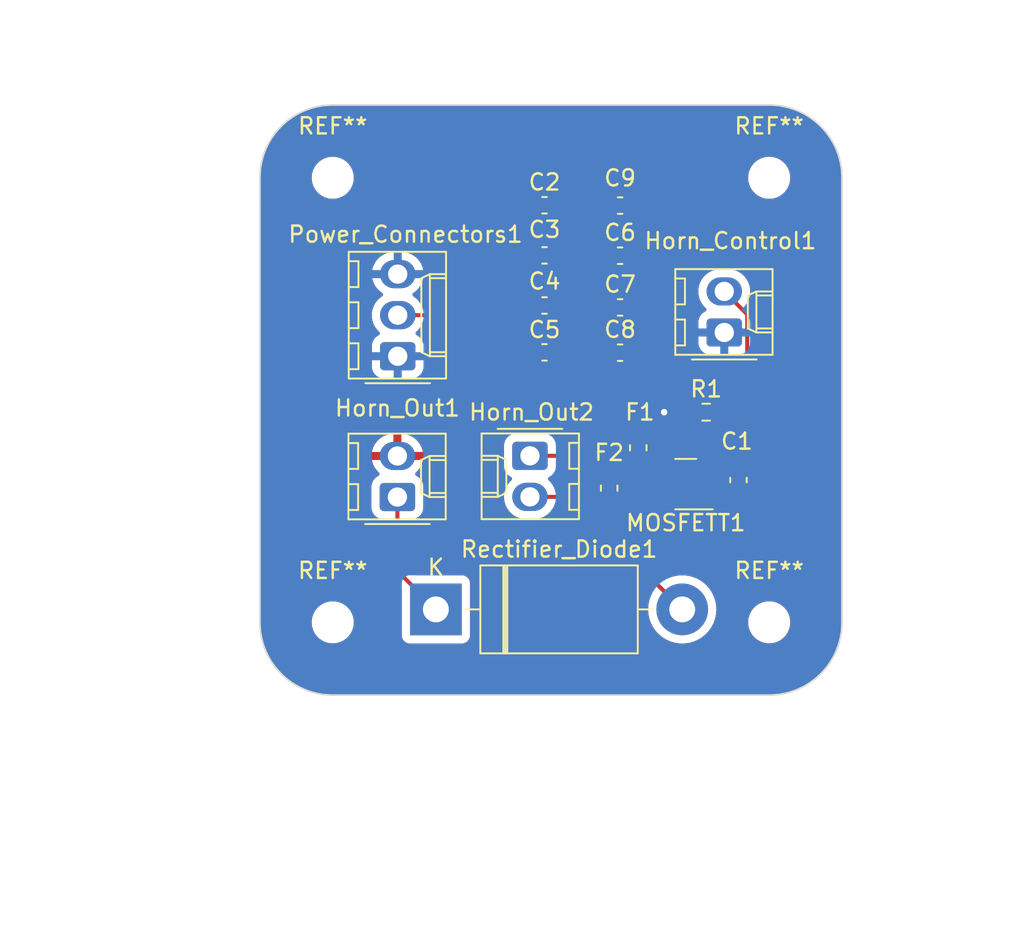
<source format=kicad_pcb>
(kicad_pcb (version 20240108) (generator "pcbnew") (generator_version "8.0")
  (title_block (title "Template") (date "2022-08-16") (rev "0.0") (company "Illini Solar Car") (comment 1 "Designed By: Your Name"))
  (layers (0 "F.Cu" signal) (31 "B.Cu" signal) (34 "B.Paste" user) (35 "F.Paste" user) (36 "B.SilkS" user "B.Silkscreen") (37 "F.SilkS" user "F.Silkscreen") (38 "B.Mask" user) (39 "F.Mask" user) (44 "Edge.Cuts" user))
  (net 0 "")
  (net 1 "/Horn Control")
  (net 2 "Net-(Power_Connectors1-Pin_2)")
  (net 3 "GND")
  (net 4 "Net-(C1-Pad2)")
  (net 5 "Net-(MOSFETT1-G)")
  (net 6 "+24V")
  (net 7 "Net-(MOSFETT1-S)")
  (net 8 "Net-(MOSFETT1-D)")
  (net 9 "/Horn Out")
  (net 10 "Net-(Horn_Out1-Pin_1)")
  (net 11 "Net-(Horn_Out2-Pin_2)")
  (footprint "MountingHole:MountingHole_2.1mm" (layer "F.Cu") (at 63 38.5)
    (property "Reference" "REF**" (at 0 -3.2 0) (layer "F.SilkS"))
    (property "Value" "MountingHole_2.1mm")
    (pad "" np_thru_hole circle (at 0 0) (size 2.1 2.1) (drill 2.1) (layers "*.Cu" "*.Mask"))
  )
  (footprint "Capacitor_SMD:C_0603_1608Metric" (layer "F.Cu") (at 49.1 46.4 180)
    (property "Reference" "C4" (at 0 1.5 0) (layer "F.SilkS"))
    (property "Value" ".1uF")
    (fp_line (start -0.14058 0.51) (end 0.14058 0.51) (stroke (width 0.12)) (layer "F.SilkS"))
    (fp_line (start -0.14058 -0.51) (end 0.14058 -0.51) (stroke (width 0.12)) (layer "F.SilkS"))
    (pad "1" smd roundrect (at -0.775 0 180) (size 0.9 0.95) (layers "F.Cu" "F.Paste" "F.Mask") (net 6 "+24V"))
    (pad "2" smd roundrect (at 0.775 0 180) (size 0.9 0.95) (layers "F.Cu" "F.Paste" "F.Mask") (net 2 "Net-(Power_Connectors1-Pin_2)"))
  )
  (footprint "MountingHole:MountingHole_2.1mm" (layer "F.Cu") (at 36 66)
    (property "Reference" "REF**" (at 0 -3.2 0) (layer "F.SilkS"))
    (property "Value" "MountingHole_2.1mm")
    (pad "" np_thru_hole circle (at 0 0) (size 2.1 2.1) (drill 2.1) (layers "*.Cu" "*.Mask"))
  )
  (footprint "MountingHole:MountingHole_2.1mm" (layer "F.Cu") (at 63 66)
    (property "Reference" "REF**" (at 0 -3.2 0) (layer "F.SilkS"))
    (property "Value" "MountingHole_2.1mm")
    (pad "" np_thru_hole circle (at 0 0) (size 2.1 2.1) (drill 2.1) (layers "*.Cu" "*.Mask"))
  )
  (footprint "Capacitor_SMD:C_0603_1608Metric" (layer "F.Cu") (at 61.1 57.2 90)
    (property "Reference" "C1" (at 2.4 -0.1 180) (layer "F.SilkS"))
    (property "Value" ".1uF")
    (fp_line (start -0.14058 -0.51) (end 0.14058 -0.51) (stroke (width 0.12)) (layer "F.SilkS"))
    (fp_line (start -0.14058 0.51) (end 0.14058 0.51) (stroke (width 0.12)) (layer "F.SilkS"))
    (pad "1" smd roundrect (at -0.775 0 90) (size 0.9 0.95) (layers "F.Cu" "F.Paste" "F.Mask") (net 5 "Net-(MOSFETT1-G)"))
    (pad "2" smd roundrect (at 0.775 0 90) (size 0.9 0.95) (layers "F.Cu" "F.Paste" "F.Mask") (net 4 "Net-(C1-Pad2)"))
  )
  (footprint "Fuse:Fuse_0603_1608Metric" (layer "F.Cu") (at 54.9 55.2 90)
    (property "Reference" "F1" (at 2.2 0.1 180) (layer "F.SilkS"))
    (property "Value" "2A")
    (fp_line (start -0.162779 -0.51) (end 0.162779 -0.51) (stroke (width 0.12)) (layer "F.SilkS"))
    (fp_line (start -0.162779 0.51) (end 0.162779 0.51) (stroke (width 0.12)) (layer "F.SilkS"))
    (pad "1" smd roundrect (at -0.7875 0 90) (size 0.875 0.95) (layers "F.Cu" "F.Paste" "F.Mask") (net 7 "Net-(MOSFETT1-S)"))
    (pad "2" smd roundrect (at 0.7875 0 90) (size 0.875 0.95) (layers "F.Cu" "F.Paste" "F.Mask") (net 3 "GND"))
  )
  (footprint "Fuse:Fuse_0603_1608Metric" (layer "F.Cu") (at 53.1 57.7 -90)
    (property "Reference" "F2" (at -2.2 0 180) (layer "F.SilkS"))
    (property "Value" "2A")
    (fp_line (start -0.162779 0.51) (end 0.162779 0.51) (stroke (width 0.12)) (layer "F.SilkS"))
    (fp_line (start -0.162779 -0.51) (end 0.162779 -0.51) (stroke (width 0.12)) (layer "F.SilkS"))
    (pad "1" smd roundrect (at -0.7875 0 270) (size 0.875 0.95) (layers "F.Cu" "F.Paste" "F.Mask") (net 9 "/Horn Out"))
    (pad "2" smd roundrect (at 0.7875 0 270) (size 0.875 0.95) (layers "F.Cu" "F.Paste" "F.Mask") (net 8 "Net-(MOSFETT1-D)"))
  )
  (footprint "Capacitor_SMD:C_0603_1608Metric" (layer "F.Cu") (at 53.775 49.32)
    (property "Reference" "C8" (at 0 -1.43 0) (layer "F.SilkS"))
    (property "Value" ".10 uF")
    (fp_line (start -0.14058 -0.51) (end 0.14058 -0.51) (stroke (width 0.12)) (layer "F.SilkS"))
    (fp_line (start -0.14058 0.51) (end 0.14058 0.51) (stroke (width 0.12)) (layer "F.SilkS"))
    (pad "1" smd roundrect (at -0.775 0) (size 0.9 0.95) (layers "F.Cu" "F.Paste" "F.Mask") (net 6 "+24V"))
    (pad "2" smd roundrect (at 0.775 0) (size 0.9 0.95) (layers "F.Cu" "F.Paste" "F.Mask") (net 2 "Net-(Power_Connectors1-Pin_2)"))
  )
  (footprint "Resistor_SMD:R_0603_1608Metric" (layer "F.Cu") (at 59.1 53)
    (property "Reference" "R1" (at 0 -1.43 0) (layer "F.SilkS"))
    (property "Value" "1 kOhm")
    (fp_line (start -0.237258 -0.5225) (end 0.237258 -0.5225) (stroke (width 0.12)) (layer "F.SilkS"))
    (fp_line (start -0.237258 0.5225) (end 0.237258 0.5225) (stroke (width 0.12)) (layer "F.SilkS"))
    (pad "1" smd roundrect (at -0.825 0) (size 0.8 0.95) (layers "F.Cu" "F.Paste" "F.Mask") (net 4 "Net-(C1-Pad2)"))
    (pad "2" smd roundrect (at 0.825 0) (size 0.8 0.95) (layers "F.Cu" "F.Paste" "F.Mask") (net 1 "/Horn Control"))
  )
  (footprint "MountingHole:MountingHole_2.1mm" (layer "F.Cu") (at 36 38.5)
    (property "Reference" "REF**" (at 0 -3.2 0) (layer "F.SilkS"))
    (property "Value" "MountingHole_2.1mm")
    (pad "" np_thru_hole circle (at 0 0) (size 2.1 2.1) (drill 2.1) (layers "*.Cu" "*.Mask"))
  )
  (footprint "Capacitor_SMD:C_0603_1608Metric" (layer "F.Cu") (at 49.1 49.3 180)
    (property "Reference" "C5" (at 0 1.4 0) (layer "F.SilkS"))
    (property "Value" "1 uF")
    (fp_line (start -0.14058 0.51) (end 0.14058 0.51) (stroke (width 0.12)) (layer "F.SilkS"))
    (fp_line (start -0.14058 -0.51) (end 0.14058 -0.51) (stroke (width 0.12)) (layer "F.SilkS"))
    (pad "1" smd roundrect (at -0.775 0 180) (size 0.9 0.95) (layers "F.Cu" "F.Paste" "F.Mask") (net 6 "+24V"))
    (pad "2" smd roundrect (at 0.775 0 180) (size 0.9 0.95) (layers "F.Cu" "F.Paste" "F.Mask") (net 2 "Net-(Power_Connectors1-Pin_2)"))
  )
  (footprint "Capacitor_SMD:C_0603_1608Metric" (layer "F.Cu") (at 53.775 40.22 180)
    (property "Reference" "C9" (at 0 1.7 0) (layer "F.SilkS"))
    (property "Value" "100 uF Polarized")
    (fp_line (start -0.14058 0.51) (end 0.14058 0.51) (stroke (width 0.12)) (layer "F.SilkS"))
    (fp_line (start -0.14058 -0.51) (end 0.14058 -0.51) (stroke (width 0.12)) (layer "F.SilkS"))
    (pad "1" smd roundrect (at -0.775 0 180) (size 0.9 0.95) (layers "F.Cu" "F.Paste" "F.Mask") (net 2 "Net-(Power_Connectors1-Pin_2)"))
    (pad "2" smd roundrect (at 0.775 0 180) (size 0.9 0.95) (layers "F.Cu" "F.Paste" "F.Mask") (net 6 "+24V"))
  )
  (footprint "Connector_Molex:Molex_KK-254_AE-6410-03A_1x03_P2.54mm_Vertical" (layer "F.Cu") (at 40.02 49.54 90)
    (property "Reference" "Power_Connectors1" (at 7.54 0.48 180) (layer "F.SilkS"))
    (property "Value" "Conn_01x03")
    (fp_line (start 6.46 -3.03) (end -1.38 -3.03) (stroke (width 0.12)) (layer "F.SilkS"))
    (fp_line (start 4.28 -3.03) (end 4.28 -2.43) (stroke (width 0.12)) (layer "F.SilkS"))
    (fp_line (start 1.74 -3.03) (end 1.74 -2.43) (stroke (width 0.12)) (layer "F.SilkS"))
    (fp_line (start -0.8 -3.03) (end -0.8 -2.43) (stroke (width 0.12)) (layer "F.SilkS"))
    (fp_line (start -1.38 -3.03) (end -1.38 2.99) (stroke (width 0.12)) (layer "F.SilkS"))
    (fp_line (start 5.88 -2.43) (end 5.88 -3.03) (stroke (width 0.12)) (layer "F.SilkS"))
    (fp_line (start 4.28 -2.43) (end 5.88 -2.43) (stroke (width 0.12)) (layer "F.SilkS"))
    (fp_line (start 3.34 -2.43) (end 3.34 -3.03) (stroke (width 0.12)) (layer "F.SilkS"))
    (fp_line (start 1.74 -2.43) (end 3.34 -2.43) (stroke (width 0.12)) (layer "F.SilkS"))
    (fp_line (start 0.8 -2.43) (end 0.8 -3.03) (stroke (width 0.12)) (layer "F.SilkS"))
    (fp_line (start -0.8 -2.43) (end 0.8 -2.43) (stroke (width 0.12)) (layer "F.SilkS"))
    (fp_line (start -1.67 -2) (end -1.67 2) (stroke (width 0.12)) (layer "F.SilkS"))
    (fp_line (start 4.83 1.46) (end 5.08 1.99) (stroke (width 0.12)) (layer "F.SilkS"))
    (fp_line (start 0.25 1.46) (end 4.83 1.46) (stroke (width 0.12)) (layer "F.SilkS"))
    (fp_line (start 5.08 1.99) (end 5.08 2.99) (stroke (width 0.12)) (layer "F.SilkS"))
    (fp_line (start 0 1.99) (end 0.25 1.46) (stroke (width 0.12)) (layer "F.SilkS"))
    (fp_line (start 0 1.99) (end 5.08 1.99) (stroke (width 0.12)) (layer "F.SilkS"))
    (fp_line (start 6.46 2.99) (end 6.46 -3.03) (stroke (width 0.12)) (layer "F.SilkS"))
    (fp_line (start 4.83 2.99) (end 4.83 1.99) (stroke (width 0.12)) (layer "F.SilkS"))
    (fp_line (start 0.25 2.99) (end 0.25 1.99) (stroke (width 0.12)) (layer "F.SilkS"))
    (fp_line (start 0 2.99) (end 0 1.99) (stroke (width 0.12)) (layer "F.SilkS"))
    (fp_line (start -1.38 2.99) (end 6.46 2.99) (stroke (width 0.12)) (layer "F.SilkS"))
    (pad "1" thru_hole roundrect (at 0 0 90) (size 1.74 2.19) (drill 1.19) (layers "*.Cu" "*.Mask") (roundrect_rratio 0.143678) (net 3 "GND"))
    (pad "2" thru_hole oval (at 2.54 0 90) (size 1.74 2.19) (drill 1.19) (layers "*.Cu" "*.Mask") (net 2 "Net-(Power_Connectors1-Pin_2)"))
    (pad "3" thru_hole oval (at 5.08 0 90) (size 1.74 2.19) (drill 1.19) (layers "*.Cu" "*.Mask") (net 3 "GND"))
  )
  (footprint "Package_TO_SOT_SMD:SOT-23" (layer "F.Cu") (at 57.8375 57.45 180)
    (property "Reference" "MOSFETT1" (at 0 -2.4 0) (layer "F.SilkS"))
    (property "Value" "BSS138")
    (fp_line (start 0 1.56) (end 0.65 1.56) (stroke (width 0.12)) (layer "F.SilkS"))
    (fp_line (start 0 1.56) (end -0.65 1.56) (stroke (width 0.12)) (layer "F.SilkS"))
    (fp_line (start 0 -1.56) (end 0.65 -1.56) (stroke (width 0.12)) (layer "F.SilkS"))
    (fp_line (start 0 -1.56) (end -1.675 -1.56) (stroke (width 0.12)) (layer "F.SilkS"))
    (pad "1" smd roundrect (at -0.9375 -0.95 180) (size 1.475 0.6) (layers "F.Cu" "F.Paste" "F.Mask") (net 5 "Net-(MOSFETT1-G)"))
    (pad "2" smd roundrect (at -0.9375 0.95 180) (size 1.475 0.6) (layers "F.Cu" "F.Paste" "F.Mask") (net 7 "Net-(MOSFETT1-S)"))
    (pad "3" smd roundrect (at 0.9375 0 180) (size 1.475 0.6) (layers "F.Cu" "F.Paste" "F.Mask") (net 8 "Net-(MOSFETT1-D)"))
  )
  (footprint "Capacitor_SMD:C_0603_1608Metric" (layer "F.Cu") (at 53.775 46.52)
    (property "Reference" "C7" (at 0 -1.43 0) (layer "F.SilkS"))
    (property "Value" "10 uF")
    (fp_line (start -0.14058 -0.51) (end 0.14058 -0.51) (stroke (width 0.12)) (layer "F.SilkS"))
    (fp_line (start -0.14058 0.51) (end 0.14058 0.51) (stroke (width 0.12)) (layer "F.SilkS"))
    (pad "1" smd roundrect (at -0.775 0) (size 0.9 0.95) (layers "F.Cu" "F.Paste" "F.Mask") (net 6 "+24V"))
    (pad "2" smd roundrect (at 0.775 0) (size 0.9 0.95) (layers "F.Cu" "F.Paste" "F.Mask") (net 2 "Net-(Power_Connectors1-Pin_2)"))
  )
  (footprint "Connector_Molex:Molex_KK-254_AE-6410-02A_1x02_P2.54mm_Vertical" (layer "F.Cu") (at 40 58.25 90)
    (property "Reference" "Horn_Out1" (at 5.5 0 180) (layer "F.SilkS"))
    (property "Value" "Conn_01x02")
    (fp_line (start 3.92 -3.03) (end -1.38 -3.03) (stroke (width 0.12)) (layer "F.SilkS"))
    (fp_line (start 1.74 -3.03) (end 1.74 -2.43) (stroke (width 0.12)) (layer "F.SilkS"))
    (fp_line (start -0.8 -3.03) (end -0.8 -2.43) (stroke (width 0.12)) (layer "F.SilkS"))
    (fp_line (start -1.38 -3.03) (end -1.38 2.99) (stroke (width 0.12)) (layer "F.SilkS"))
    (fp_line (start 3.34 -2.43) (end 3.34 -3.03) (stroke (width 0.12)) (layer "F.SilkS"))
    (fp_line (start 1.74 -2.43) (end 3.34 -2.43) (stroke (width 0.12)) (layer "F.SilkS"))
    (fp_line (start 0.8 -2.43) (end 0.8 -3.03) (stroke (width 0.12)) (layer "F.SilkS"))
    (fp_line (start -0.8 -2.43) (end 0.8 -2.43) (stroke (width 0.12)) (layer "F.SilkS"))
    (fp_line (start -1.67 -2) (end -1.67 2) (stroke (width 0.12)) (layer "F.SilkS"))
    (fp_line (start 2.29 1.46) (end 2.54 1.99) (stroke (width 0.12)) (layer "F.SilkS"))
    (fp_line (start 0.25 1.46) (end 2.29 1.46) (stroke (width 0.12)) (layer "F.SilkS"))
    (fp_line (start 2.54 1.99) (end 2.54 2.99) (stroke (width 0.12)) (layer "F.SilkS"))
    (fp_line (start 0 1.99) (end 0.25 1.46) (stroke (width 0.12)) (layer "F.SilkS"))
    (fp_line (start 0 1.99) (end 2.54 1.99) (stroke (width 0.12)) (layer "F.SilkS"))
    (fp_line (start 3.92 2.99) (end 3.92 -3.03) (stroke (width 0.12)) (layer "F.SilkS"))
    (fp_line (start 2.29 2.99) (end 2.29 1.99) (stroke (width 0.12)) (layer "F.SilkS"))
    (fp_line (start 0.25 2.99) (end 0.25 1.99) (stroke (width 0.12)) (layer "F.SilkS"))
    (fp_line (start 0 2.99) (end 0 1.99) (stroke (width 0.12)) (layer "F.SilkS"))
    (fp_line (start -1.38 2.99) (end 3.92 2.99) (stroke (width 0.12)) (layer "F.SilkS"))
    (pad "1" thru_hole roundrect (at 0 0 90) (size 1.74 2.19) (drill 1.19) (layers "*.Cu" "*.Mask") (roundrect_rratio 0.143678) (net 10 "Net-(Horn_Out1-Pin_1)"))
    (pad "2" thru_hole oval (at 2.54 0 90) (size 1.74 2.19) (drill 1.19) (layers "*.Cu" "*.Mask") (net 6 "+24V"))
  )
  (footprint "Connector_Molex:Molex_KK-254_AE-6410-02A_1x02_P2.54mm_Vertical" (layer "F.Cu") (at 48.2 55.7 -90)
    (property "Reference" "Horn_Out2" (at -2.7 -0.1 180) (layer "F.SilkS"))
    (property "Value" "Conn_01x02")
    (fp_line (start -1.38 2.99) (end 3.92 2.99) (stroke (width 0.12)) (layer "F.SilkS"))
    (fp_line (start 0 2.99) (end 0 1.99) (stroke (width 0.12)) (layer "F.SilkS"))
    (fp_line (start 0.25 2.99) (end 0.25 1.99) (stroke (width 0.12)) (layer "F.SilkS"))
    (fp_line (start 2.29 2.99) (end 2.29 1.99) (stroke (width 0.12)) (layer "F.SilkS"))
    (fp_line (start 3.92 2.99) (end 3.92 -3.03) (stroke (width 0.12)) (layer "F.SilkS"))
    (fp_line (start 0 1.99) (end 2.54 1.99) (stroke (width 0.12)) (layer "F.SilkS"))
    (fp_line (start 0 1.99) (end 0.25 1.46) (stroke (width 0.12)) (layer "F.SilkS"))
    (fp_line (start 2.54 1.99) (end 2.54 2.99) (stroke (width 0.12)) (layer "F.SilkS"))
    (fp_line (start 0.25 1.46) (end 2.29 1.46) (stroke (width 0.12)) (layer "F.SilkS"))
    (fp_line (start 2.29 1.46) (end 2.54 1.99) (stroke (width 0.12)) (layer "F.SilkS"))
    (fp_line (start -1.67 -2) (end -1.67 2) (stroke (width 0.12)) (layer "F.SilkS"))
    (fp_line (start -0.8 -2.43) (end 0.8 -2.43) (stroke (width 0.12)) (layer "F.SilkS"))
    (fp_line (start 0.8 -2.43) (end 0.8 -3.03) (stroke (width 0.12)) (layer "F.SilkS"))
    (fp_line (start 1.74 -2.43) (end 3.34 -2.43) (stroke (width 0.12)) (layer "F.SilkS"))
    (fp_line (start 3.34 -2.43) (end 3.34 -3.03) (stroke (width 0.12)) (layer "F.SilkS"))
    (fp_line (start -1.38 -3.03) (end -1.38 2.99) (stroke (width 0.12)) (layer "F.SilkS"))
    (fp_line (start -0.8 -3.03) (end -0.8 -2.43) (stroke (width 0.12)) (layer "F.SilkS"))
    (fp_line (start 1.74 -3.03) (end 1.74 -2.43) (stroke (width 0.12)) (layer "F.SilkS"))
    (fp_line (start 3.92 -3.03) (end -1.38 -3.03) (stroke (width 0.12)) (layer "F.SilkS"))
    (pad "1" thru_hole roundrect (at 0 0 270) (size 1.74 2.19) (drill 1.19) (layers "*.Cu" "*.Mask") (roundrect_rratio 0.143678) (net 9 "/Horn Out"))
    (pad "2" thru_hole oval (at 2.54 0 270) (size 1.74 2.19) (drill 1.19) (layers "*.Cu" "*.Mask") (net 11 "Net-(Horn_Out2-Pin_2)"))
  )
  (footprint "Capacitor_SMD:C_0603_1608Metric" (layer "F.Cu") (at 49.1 43.3 180)
    (property "Reference" "C3" (at 0 1.6 0) (layer "F.SilkS"))
    (property "Value" ".1uF")
    (fp_line (start -0.14058 0.51) (end 0.14058 0.51) (stroke (width 0.12)) (layer "F.SilkS"))
    (fp_line (start -0.14058 -0.51) (end 0.14058 -0.51) (stroke (width 0.12)) (layer "F.SilkS"))
    (pad "1" smd roundrect (at -0.775 0 180) (size 0.9 0.95) (layers "F.Cu" "F.Paste" "F.Mask") (net 6 "+24V"))
    (pad "2" smd roundrect (at 0.775 0 180) (size 0.9 0.95) (layers "F.Cu" "F.Paste" "F.Mask") (net 2 "Net-(Power_Connectors1-Pin_2)"))
  )
  (footprint "Capacitor_SMD:C_0603_1608Metric" (layer "F.Cu") (at 53.775 43.32)
    (property "Reference" "C6" (at 0 -1.43 0) (layer "F.SilkS"))
    (property "Value" "1 uF")
    (fp_line (start -0.14058 -0.51) (end 0.14058 -0.51) (stroke (width 0.12)) (layer "F.SilkS"))
    (fp_line (start -0.14058 0.51) (end 0.14058 0.51) (stroke (width 0.12)) (layer "F.SilkS"))
    (pad "1" smd roundrect (at -0.775 0) (size 0.9 0.95) (layers "F.Cu" "F.Paste" "F.Mask") (net 6 "+24V"))
    (pad "2" smd roundrect (at 0.775 0) (size 0.9 0.95) (layers "F.Cu" "F.Paste" "F.Mask") (net 2 "Net-(Power_Connectors1-Pin_2)"))
  )
  (footprint "Capacitor_SMD:C_0603_1608Metric" (layer "F.Cu") (at 49.1 40.2)
    (property "Reference" "C2" (at 0 -1.43 0) (layer "F.SilkS"))
    (property "Value" ".1uF")
    (fp_line (start -0.14058 -0.51) (end 0.14058 -0.51) (stroke (width 0.12)) (layer "F.SilkS"))
    (fp_line (start -0.14058 0.51) (end 0.14058 0.51) (stroke (width 0.12)) (layer "F.SilkS"))
    (pad "1" smd roundrect (at -0.775 0) (size 0.9 0.95) (layers "F.Cu" "F.Paste" "F.Mask") (net 2 "Net-(Power_Connectors1-Pin_2)"))
    (pad "2" smd roundrect (at 0.775 0) (size 0.9 0.95) (layers "F.Cu" "F.Paste" "F.Mask") (net 6 "+24V"))
  )
  (footprint "Connector_Molex:Molex_KK-254_AE-6410-02A_1x02_P2.54mm_Vertical" (layer "F.Cu") (at 60.22 48.07 90)
    (property "Reference" "Horn_Control1" (at 5.67 0.38 0) (layer "F.SilkS"))
    (property "Value" "Conn_01x02")
    (fp_line (start 3.92 -3.03) (end -1.38 -3.03) (stroke (width 0.12)) (layer "F.SilkS"))
    (fp_line (start 1.74 -3.03) (end 1.74 -2.43) (stroke (width 0.12)) (layer "F.SilkS"))
    (fp_line (start -0.8 -3.03) (end -0.8 -2.43) (stroke (width 0.12)) (layer "F.SilkS"))
    (fp_line (start -1.38 -3.03) (end -1.38 2.99) (stroke (width 0.12)) (layer "F.SilkS"))
    (fp_line (start 3.34 -2.43) (end 3.34 -3.03) (stroke (width 0.12)) (layer "F.SilkS"))
    (fp_line (start 1.74 -2.43) (end 3.34 -2.43) (stroke (width 0.12)) (layer "F.SilkS"))
    (fp_line (start 0.8 -2.43) (end 0.8 -3.03) (stroke (width 0.12)) (layer "F.SilkS"))
    (fp_line (start -0.8 -2.43) (end 0.8 -2.43) (stroke (width 0.12)) (layer "F.SilkS"))
    (fp_line (start -1.67 -2) (end -1.67 2) (stroke (width 0.12)) (layer "F.SilkS"))
    (fp_line (start 2.29 1.46) (end 2.54 1.99) (stroke (width 0.12)) (layer "F.SilkS"))
    (fp_line (start 0.25 1.46) (end 2.29 1.46) (stroke (width 0.12)) (layer "F.SilkS"))
    (fp_line (start 2.54 1.99) (end 2.54 2.99) (stroke (width 0.12)) (layer "F.SilkS"))
    (fp_line (start 0 1.99) (end 0.25 1.46) (stroke (width 0.12)) (layer "F.SilkS"))
    (fp_line (start 0 1.99) (end 2.54 1.99) (stroke (width 0.12)) (layer "F.SilkS"))
    (fp_line (start 3.92 2.99) (end 3.92 -3.03) (stroke (width 0.12)) (layer "F.SilkS"))
    (fp_line (start 2.29 2.99) (end 2.29 1.99) (stroke (width 0.12)) (layer "F.SilkS"))
    (fp_line (start 0.25 2.99) (end 0.25 1.99) (stroke (width 0.12)) (layer "F.SilkS"))
    (fp_line (start 0 2.99) (end 0 1.99) (stroke (width 0.12)) (layer "F.SilkS"))
    (fp_line (start -1.38 2.99) (end 3.92 2.99) (stroke (width 0.12)) (layer "F.SilkS"))
    (pad "1" thru_hole roundrect (at 0 0 90) (size 1.74 2.19) (drill 1.19) (layers "*.Cu" "*.Mask") (roundrect_rratio 0.143678) (net 3 "GND"))
    (pad "2" thru_hole oval (at 2.54 0 90) (size 1.74 2.19) (drill 1.19) (layers "*.Cu" "*.Mask") (net 1 "/Horn Control"))
  )
  (footprint "Diode_THT:D_DO-201AD_P15.24mm_Horizontal" (layer "F.Cu") (at 42.38 65.2)
    (property "Reference" "Rectifier_Diode1" (at 7.62 -3.72 0) (layer "F.SilkS"))
    (property "Value" "1N5402")
    (fp_line (start 1.84 0) (end 2.75 0) (stroke (width 0.12)) (layer "F.SilkS"))
    (fp_line (start 2.75 -2.72) (end 2.75 2.72) (stroke (width 0.12)) (layer "F.SilkS"))
    (fp_line (start 2.75 2.72) (end 12.49 2.72) (stroke (width 0.12)) (layer "F.SilkS"))
    (fp_line (start 4.175 -2.72) (end 4.175 2.72) (stroke (width 0.12)) (layer "F.SilkS"))
    (fp_line (start 4.295 -2.72) (end 4.295 2.72) (stroke (width 0.12)) (layer "F.SilkS"))
    (fp_line (start 4.415 -2.72) (end 4.415 2.72) (stroke (width 0.12)) (layer "F.SilkS"))
    (fp_line (start 12.49 -2.72) (end 2.75 -2.72) (stroke (width 0.12)) (layer "F.SilkS"))
    (fp_line (start 12.49 2.72) (end 12.49 -2.72) (stroke (width 0.12)) (layer "F.SilkS"))
    (fp_line (start 13.4 0) (end 12.49 0) (stroke (width 0.12)) (layer "F.SilkS"))
    (fp_text user "K" (at 0 -2.6 0) (layer "F.SilkS"))
    (pad "1" thru_hole rect (at 0 0) (size 3.2 3.2) (drill 1.6) (layers "*.Cu" "*.Mask") (net 10 "Net-(Horn_Out1-Pin_1)"))
    (pad "2" thru_hole oval (at 15.24 0) (size 3.2 3.2) (drill 1.6) (layers "*.Cu" "*.Mask") (net 11 "Net-(Horn_Out2-Pin_2)"))
  )
  (gr_arc (start 36 70.5) (mid 32.818019 69.181981) (end 31.5 66) (stroke (width 0.1)) (layer "Edge.Cuts"))
  (gr_line (start 67.5 38.5) (end 67.5 66) (stroke (width 0.1)) (layer "Edge.Cuts"))
  (gr_arc (start 31.5 38.5) (mid 32.818019 35.318019) (end 36 34) (stroke (width 0.1)) (layer "Edge.Cuts"))
  (gr_arc (start 63 34) (mid 66.181981 35.318019) (end 67.5 38.5) (stroke (width 0.1)) (layer "Edge.Cuts"))
  (gr_line (start 63 70.5) (end 36 70.5) (stroke (width 0.1)) (layer "Edge.Cuts"))
  (gr_line (start 36 34) (end 63 34) (stroke (width 0.1)) (layer "Edge.Cuts"))
  (gr_line (start 31.5 66) (end 31.5 40) (stroke (width 0.1)) (layer "Edge.Cuts"))
  (gr_line (start 31.5 40) (end 31.5 38.5) (stroke (width 0.1)) (layer "Edge.Cuts"))
  (gr_arc (start 67.5 66) (mid 66.181981 69.181981) (end 63 70.5) (stroke (width 0.1)) (layer "Edge.Cuts"))
  (segment (start 61.64 51.285) (end 61.64 46.95) (width 0.25) (layer "F.Cu") (net 1))
  (segment (start 59.925 53) (end 61.64 51.285) (width 0.25) (layer "F.Cu") (net 1))
  (segment (start 61.64 46.95) (end 60.22 45.53) (width 0.25) (layer "F.Cu") (net 1))
  (segment (start 54.55 39.55) (end 54.55 40.22) (width 0.25) (layer "F.Cu") (net 2))
  (segment (start 54 39) (end 54.55 39.55) (width 0.25) (layer "F.Cu") (net 2))
  (segment (start 48.5 39) (end 54 39) (width 0.25) (layer "F.Cu") (net 2))
  (segment (start 54.55 40.22) (end 54.55 49.32) (width 0.25) (layer "F.Cu") (net 2))
  (segment (start 48.325 46.4) (end 48.325 49.3) (width 0.25) (layer "F.Cu") (net 2))
  (segment (start 48.325 40.2) (end 48.325 39.175) (width 0.25) (layer "F.Cu") (net 2))
  (segment (start 48.325 39.175) (end 48.5 39) (width 0.25) (layer "F.Cu") (net 2))
  (segment (start 48.325 43.3) (end 48.325 40.2) (width 0.25) (layer "F.Cu") (net 2))
  (segment (start 48.325 46.4) (end 48.325 43.3) (width 0.25) (layer "F.Cu") (net 2))
  (segment (start 40.02 47) (end 47.725 47) (width 0.25) (layer "F.Cu") (net 2))
  (segment (start 47.725 47) (end 48.325 46.4) (width 0.25) (layer "F.Cu") (net 2))
  (segment (start 55.0875 54.4125) (end 56.5 53) (width 0.25) (layer "F.Cu") (net 3))
  (segment (start 54.9 54.4125) (end 55.0875 54.4125) (width 0.25) (layer "F.Cu") (net 3))
  (via (at 56.5 53) (size 0.8) (drill 0.4) (layers "F.Cu" "B.Cu") (net 3))
  (segment (start 61.1 56.425) (end 61.1 55.825) (width 0.25) (layer "F.Cu") (net 4))
  (segment (start 61.1 55.825) (end 58.275 53) (width 0.25) (layer "F.Cu") (net 4))
  (segment (start 58.775 58.4) (end 60.675 58.4) (width 0.25) (layer "F.Cu") (net 5))
  (segment (start 60.675 58.4) (end 61.1 57.975) (width 0.25) (layer "F.Cu") (net 5))
  (segment (start 55.4125 56.5) (end 54.9 55.9875) (width 0.25) (layer "F.Cu") (net 7))
  (segment (start 58.775 56.5) (end 55.4125 56.5) (width 0.25) (layer "F.Cu") (net 7))
  (segment (start 54.1375 57.45) (end 53.1 58.4875) (width 0.25) (layer "F.Cu") (net 8))
  (segment (start 56.9 57.45) (end 54.1375 57.45) (width 0.25) (layer "F.Cu") (net 8))
  (segment (start 48.2 55.7) (end 51.8875 55.7) (width 0.25) (layer "F.Cu") (net 9))
  (segment (start 51.8875 55.7) (end 53.1 56.9125) (width 0.25) (layer "F.Cu") (net 9))
  (segment (start 40 58.25) (end 40 62.82) (width 0.25) (layer "F.Cu") (net 10))
  (segment (start 40 62.82) (end 42.38 65.2) (width 0.25) (layer "F.Cu") (net 10))
  (segment (start 50.66 58.24) (end 57.62 65.2) (width 0.25) (layer "F.Cu") (net 11))
  (segment (start 48.2 58.24) (end 50.66 58.24) (width 0.25) (layer "F.Cu") (net 11))
  (zone (net 6) (net_name "+24V") (layer "F.Cu") (priority 1) (connect_pads (clearance 0.508)) (min_thickness 0.25) (fill yes (thermal_gap 0.5) (thermal_bridge_width 0.5))
    (polygon (pts (xy 31.5 34) (xy 67.5 34) (xy 67.5 70.5) (xy 31.5 70.5)))
  )
  (zone (net 3) (net_name "GND") (layer "B.Cu") (connect_pads (clearance 0.508)) (min_thickness 0.25) (fill yes (thermal_gap 0.5) (thermal_bridge_width 0.5))
    (polygon (pts (xy 67.5 34) (xy 67.5 70.5) (xy 31.5 70.5) (xy 31.5 34)))
  )
)
</source>
